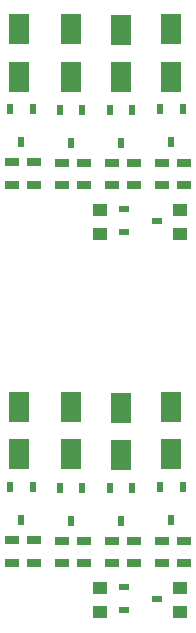
<source format=gbp>
%MOIN*%
%OFA0B0*%
%FSLAX46Y46*%
%IPPOS*%
%LPD*%
%ADD10C,0.0039370078740157488*%
%ADD11R,0.035433070866141732X0.023622047244094488*%
%ADD12R,0.049212598425196853X0.03937007874015748*%
%ADD13R,0.070866141732283464X0.0984251968503937*%
%ADD14R,0.051181102362204731X0.027559055118110236*%
%ADD15R,0.023622047244094488X0.035433070866141732*%
%ADD26C,0.0039370078740157488*%
%ADD27R,0.035433070866141732X0.023622047244094488*%
%ADD28R,0.049212598425196853X0.03937007874015748*%
%ADD29R,0.070866141732283464X0.0984251968503937*%
%ADD30R,0.051181102362204731X0.027559055118110236*%
%ADD31R,0.023622047244094488X0.035433070866141732*%
G01*
D10*
D11*
X-0003700787Y0006181102D02*
X0003525330Y0001590102D03*
X0003415094Y0001627503D03*
X0003415094Y0001552700D03*
D12*
X0003601212Y0001625472D03*
X0003601212Y0001546732D03*
X0003334212Y0001623972D03*
X0003334212Y0001545232D03*
D13*
X0003063212Y0002227842D03*
X0003063212Y0002070362D03*
D14*
X0003114212Y0001784503D03*
X0003114212Y0001709700D03*
X0003042212Y0001784503D03*
X0003042212Y0001709700D03*
D15*
X0003072212Y0001850984D03*
X0003109614Y0001961220D03*
X0003034811Y0001961220D03*
D13*
X0003237212Y0002227842D03*
X0003237212Y0002070362D03*
X0003405212Y0002225842D03*
X0003405212Y0002068362D03*
X0003572212Y0002227842D03*
X0003572212Y0002070362D03*
D15*
X0003238212Y0001849984D03*
X0003275614Y0001960220D03*
X0003200811Y0001960220D03*
X0003405212Y0001849984D03*
X0003442614Y0001960220D03*
X0003367810Y0001960220D03*
X0003572212Y0001850984D03*
X0003609614Y0001961220D03*
X0003534811Y0001961220D03*
D14*
X0003282212Y0001783503D03*
X0003282212Y0001708700D03*
X0003209212Y0001783503D03*
X0003209212Y0001708700D03*
X0003447212Y0001783503D03*
X0003447212Y0001708700D03*
X0003375212Y0001783503D03*
X0003375212Y0001708700D03*
X0003614212Y0001782503D03*
X0003614212Y0001707700D03*
X0003542212Y0001782503D03*
X0003542212Y0001707700D03*
G04 next file*
G04 #@! TF.FileFunction,Paste,Bot*
G04 Gerber Fmt 4.6, Leading zero omitted, Abs format (unit mm)*
G04 Created by KiCad (PCBNEW 4.0.2-stable) date 05.09.2017 20:58:13*
G01*
G04 APERTURE LIST*
G04 APERTURE END LIST*
D26*
D27*
X-0003700787Y0004921259D02*
X0003525330Y0000330259D03*
X0003415094Y0000367661D03*
X0003415094Y0000292858D03*
D28*
X0003601212Y0000365629D03*
X0003601212Y0000286889D03*
X0003334212Y0000364129D03*
X0003334212Y0000285389D03*
D29*
X0003063212Y0000967999D03*
X0003063212Y0000810519D03*
D30*
X0003114212Y0000524661D03*
X0003114212Y0000449858D03*
X0003042212Y0000524661D03*
X0003042212Y0000449858D03*
D31*
X0003072212Y0000591141D03*
X0003109614Y0000701377D03*
X0003034811Y0000701377D03*
D29*
X0003237212Y0000967999D03*
X0003237212Y0000810519D03*
X0003405212Y0000966000D03*
X0003405212Y0000808519D03*
X0003572212Y0000967999D03*
X0003572212Y0000810519D03*
D31*
X0003238212Y0000590141D03*
X0003275614Y0000700377D03*
X0003200811Y0000700377D03*
X0003405212Y0000590141D03*
X0003442614Y0000700377D03*
X0003367810Y0000700377D03*
X0003572212Y0000591141D03*
X0003609614Y0000701377D03*
X0003534811Y0000701377D03*
D30*
X0003282212Y0000523661D03*
X0003282212Y0000448858D03*
X0003209212Y0000523661D03*
X0003209212Y0000448858D03*
X0003447212Y0000523661D03*
X0003447212Y0000448858D03*
X0003375212Y0000523661D03*
X0003375212Y0000448858D03*
X0003614212Y0000522661D03*
X0003614212Y0000447858D03*
X0003542212Y0000522661D03*
X0003542212Y0000447858D03*
M02*
</source>
